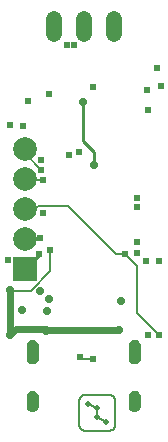
<source format=gbl>
G04 EAGLE Gerber RS-274X export*
G75*
%MOMM*%
%FSLAX34Y34*%
%LPD*%
%INBottom Copper*%
%IPPOS*%
%AMOC8*
5,1,8,0,0,1.08239X$1,22.5*%
G01*
%ADD10C,0.464419*%
%ADD11C,1.000000*%
%ADD12C,1.320800*%
%ADD13C,2.000000*%
%ADD14R,2.000000X2.000000*%
%ADD15C,0.711200*%
%ADD16C,0.609600*%
%ADD17C,0.254000*%
%ADD18C,0.152400*%
%ADD19C,0.609600*%

G36*
X119318Y71376D02*
X119318Y71376D01*
X119324Y71382D01*
X119329Y71379D01*
X120386Y71749D01*
X120390Y71756D01*
X120396Y71753D01*
X121344Y72349D01*
X121347Y72357D01*
X121352Y72356D01*
X122144Y73148D01*
X122145Y73156D01*
X122151Y73156D01*
X122747Y74104D01*
X122746Y74113D01*
X122751Y74114D01*
X123121Y75171D01*
X123120Y75175D01*
X123122Y75177D01*
X123120Y75180D01*
X123124Y75182D01*
X123249Y76295D01*
X123247Y76298D01*
X123249Y76300D01*
X123249Y87300D01*
X123247Y87303D01*
X123249Y87306D01*
X123124Y88418D01*
X123118Y88424D01*
X123121Y88429D01*
X122751Y89486D01*
X122745Y89490D01*
X122747Y89496D01*
X122151Y90444D01*
X122143Y90447D01*
X122144Y90452D01*
X121352Y91244D01*
X121344Y91245D01*
X121344Y91251D01*
X120396Y91847D01*
X120387Y91846D01*
X120386Y91851D01*
X119329Y92221D01*
X119321Y92219D01*
X119318Y92224D01*
X118206Y92349D01*
X118198Y92345D01*
X118195Y92349D01*
X117082Y92224D01*
X117076Y92218D01*
X117071Y92221D01*
X116014Y91851D01*
X116010Y91845D01*
X116004Y91847D01*
X115056Y91251D01*
X115053Y91243D01*
X115048Y91244D01*
X114256Y90452D01*
X114255Y90444D01*
X114249Y90444D01*
X113653Y89496D01*
X113654Y89489D01*
X113650Y89487D01*
X113650Y89486D01*
X113649Y89486D01*
X113279Y88429D01*
X113281Y88421D01*
X113276Y88418D01*
X113151Y87306D01*
X113153Y87302D01*
X113151Y87300D01*
X113151Y76300D01*
X113153Y76297D01*
X113151Y76295D01*
X113276Y75182D01*
X113282Y75176D01*
X113279Y75171D01*
X113649Y74114D01*
X113656Y74110D01*
X113653Y74104D01*
X114249Y73156D01*
X114257Y73153D01*
X114256Y73148D01*
X115048Y72356D01*
X115056Y72355D01*
X115056Y72349D01*
X116004Y71753D01*
X116013Y71754D01*
X116014Y71749D01*
X117071Y71379D01*
X117079Y71381D01*
X117082Y71376D01*
X118195Y71251D01*
X118202Y71255D01*
X118206Y71251D01*
X119318Y71376D01*
G37*
G36*
X32918Y71376D02*
X32918Y71376D01*
X32924Y71382D01*
X32929Y71379D01*
X33986Y71749D01*
X33990Y71756D01*
X33996Y71753D01*
X34944Y72349D01*
X34947Y72357D01*
X34952Y72356D01*
X35744Y73148D01*
X35745Y73156D01*
X35751Y73156D01*
X36347Y74104D01*
X36346Y74113D01*
X36351Y74114D01*
X36721Y75171D01*
X36720Y75175D01*
X36722Y75177D01*
X36720Y75180D01*
X36724Y75182D01*
X36849Y76295D01*
X36847Y76298D01*
X36849Y76300D01*
X36849Y87300D01*
X36847Y87303D01*
X36849Y87306D01*
X36724Y88418D01*
X36718Y88424D01*
X36721Y88429D01*
X36351Y89486D01*
X36345Y89490D01*
X36347Y89496D01*
X35751Y90444D01*
X35743Y90447D01*
X35744Y90452D01*
X34952Y91244D01*
X34944Y91245D01*
X34944Y91251D01*
X33996Y91847D01*
X33987Y91846D01*
X33986Y91851D01*
X32929Y92221D01*
X32921Y92219D01*
X32918Y92224D01*
X31806Y92349D01*
X31798Y92345D01*
X31795Y92349D01*
X30682Y92224D01*
X30676Y92218D01*
X30671Y92221D01*
X29614Y91851D01*
X29610Y91845D01*
X29604Y91847D01*
X28656Y91251D01*
X28653Y91243D01*
X28648Y91244D01*
X27856Y90452D01*
X27855Y90444D01*
X27849Y90444D01*
X27253Y89496D01*
X27254Y89489D01*
X27250Y89487D01*
X27250Y89486D01*
X27249Y89486D01*
X26879Y88429D01*
X26881Y88421D01*
X26876Y88418D01*
X26751Y87306D01*
X26753Y87302D01*
X26751Y87300D01*
X26751Y76300D01*
X26753Y76297D01*
X26751Y76295D01*
X26876Y75182D01*
X26882Y75176D01*
X26879Y75171D01*
X27249Y74114D01*
X27256Y74110D01*
X27253Y74104D01*
X27849Y73156D01*
X27857Y73153D01*
X27856Y73148D01*
X28648Y72356D01*
X28656Y72355D01*
X28656Y72349D01*
X29604Y71753D01*
X29613Y71754D01*
X29614Y71749D01*
X30671Y71379D01*
X30679Y71381D01*
X30682Y71376D01*
X31795Y71251D01*
X31802Y71255D01*
X31806Y71251D01*
X32918Y71376D01*
G37*
G36*
X32918Y31076D02*
X32918Y31076D01*
X32924Y31082D01*
X32929Y31079D01*
X33986Y31449D01*
X33990Y31456D01*
X33996Y31453D01*
X34944Y32049D01*
X34947Y32057D01*
X34952Y32056D01*
X35744Y32848D01*
X35745Y32856D01*
X35751Y32856D01*
X36347Y33804D01*
X36346Y33813D01*
X36351Y33814D01*
X36721Y34871D01*
X36720Y34875D01*
X36722Y34877D01*
X36720Y34880D01*
X36724Y34882D01*
X36849Y35995D01*
X36847Y35998D01*
X36849Y36000D01*
X36849Y44000D01*
X36847Y44003D01*
X36849Y44006D01*
X36724Y45118D01*
X36718Y45124D01*
X36721Y45129D01*
X36351Y46186D01*
X36345Y46190D01*
X36347Y46196D01*
X35751Y47144D01*
X35743Y47147D01*
X35744Y47152D01*
X34952Y47944D01*
X34944Y47945D01*
X34944Y47951D01*
X33996Y48547D01*
X33987Y48546D01*
X33986Y48551D01*
X32929Y48921D01*
X32921Y48919D01*
X32918Y48924D01*
X31806Y49049D01*
X31798Y49045D01*
X31795Y49049D01*
X30682Y48924D01*
X30676Y48918D01*
X30671Y48921D01*
X29614Y48551D01*
X29610Y48545D01*
X29604Y48547D01*
X28656Y47951D01*
X28653Y47943D01*
X28648Y47944D01*
X27856Y47152D01*
X27855Y47144D01*
X27849Y47144D01*
X27253Y46196D01*
X27254Y46187D01*
X27249Y46186D01*
X26879Y45129D01*
X26881Y45121D01*
X26876Y45118D01*
X26751Y44006D01*
X26753Y44002D01*
X26751Y44000D01*
X26751Y36000D01*
X26753Y35997D01*
X26751Y35995D01*
X26876Y34882D01*
X26882Y34876D01*
X26879Y34871D01*
X27249Y33814D01*
X27256Y33810D01*
X27253Y33804D01*
X27849Y32856D01*
X27857Y32853D01*
X27856Y32848D01*
X28648Y32056D01*
X28656Y32055D01*
X28656Y32049D01*
X29604Y31453D01*
X29613Y31454D01*
X29614Y31449D01*
X30671Y31079D01*
X30679Y31081D01*
X30682Y31076D01*
X31795Y30951D01*
X31802Y30955D01*
X31806Y30951D01*
X32918Y31076D01*
G37*
G36*
X119318Y31076D02*
X119318Y31076D01*
X119324Y31082D01*
X119329Y31079D01*
X120386Y31449D01*
X120390Y31456D01*
X120396Y31453D01*
X121344Y32049D01*
X121347Y32057D01*
X121352Y32056D01*
X122144Y32848D01*
X122145Y32856D01*
X122151Y32856D01*
X122747Y33804D01*
X122746Y33813D01*
X122751Y33814D01*
X123121Y34871D01*
X123120Y34875D01*
X123122Y34877D01*
X123120Y34880D01*
X123124Y34882D01*
X123249Y35995D01*
X123247Y35998D01*
X123249Y36000D01*
X123249Y44000D01*
X123247Y44003D01*
X123249Y44006D01*
X123124Y45118D01*
X123118Y45124D01*
X123121Y45129D01*
X122751Y46186D01*
X122745Y46190D01*
X122747Y46196D01*
X122151Y47144D01*
X122143Y47147D01*
X122144Y47152D01*
X121352Y47944D01*
X121344Y47945D01*
X121344Y47951D01*
X120396Y48547D01*
X120387Y48546D01*
X120386Y48551D01*
X119329Y48921D01*
X119321Y48919D01*
X119318Y48924D01*
X118206Y49049D01*
X118198Y49045D01*
X118195Y49049D01*
X117082Y48924D01*
X117076Y48918D01*
X117071Y48921D01*
X116014Y48551D01*
X116010Y48545D01*
X116004Y48547D01*
X115056Y47951D01*
X115053Y47943D01*
X115048Y47944D01*
X114256Y47152D01*
X114255Y47144D01*
X114249Y47144D01*
X113653Y46196D01*
X113654Y46187D01*
X113649Y46186D01*
X113279Y45129D01*
X113281Y45121D01*
X113276Y45118D01*
X113151Y44006D01*
X113153Y44002D01*
X113151Y44000D01*
X113151Y36000D01*
X113153Y35997D01*
X113151Y35995D01*
X113276Y34882D01*
X113282Y34876D01*
X113279Y34871D01*
X113649Y33814D01*
X113656Y33810D01*
X113653Y33804D01*
X114249Y32856D01*
X114257Y32853D01*
X114256Y32848D01*
X115048Y32056D01*
X115056Y32055D01*
X115056Y32049D01*
X116004Y31453D01*
X116013Y31454D01*
X116014Y31449D01*
X117071Y31079D01*
X117079Y31081D01*
X117082Y31076D01*
X118195Y30951D01*
X118202Y30955D01*
X118206Y30951D01*
X119318Y31076D01*
G37*
D10*
X86384Y26706D03*
X94004Y22896D03*
X86384Y34326D03*
X78764Y38136D03*
D11*
X31800Y81800D03*
X118200Y81800D03*
X31800Y40000D03*
X118200Y40000D03*
D12*
X49600Y350896D02*
X49600Y364104D01*
X75000Y364104D02*
X75000Y350896D01*
X100400Y350896D02*
X100400Y364104D01*
D13*
X25400Y254000D03*
X25400Y228600D03*
X25400Y203200D03*
X25400Y177800D03*
D14*
X25400Y152400D03*
D15*
X45720Y127000D03*
D16*
X40775Y199473D03*
X36782Y165094D03*
X120396Y175260D03*
X120396Y204216D03*
X62484Y248920D03*
X23622Y273050D03*
D17*
X36782Y165094D02*
X36782Y163782D01*
X25400Y152400D01*
D16*
X128016Y158496D03*
X129540Y96012D03*
X129540Y286512D03*
X27432Y294132D03*
D15*
X38100Y133096D03*
X22860Y117348D03*
X44036Y116864D03*
X106680Y124968D03*
D16*
X138684Y158496D03*
X39116Y244428D03*
X70651Y251391D03*
X120403Y211922D03*
X120329Y165960D03*
X10519Y159922D03*
D18*
X25400Y177800D02*
X37332Y177800D01*
X37676Y178144D01*
D16*
X37676Y178144D03*
X12192Y274320D03*
X45201Y300426D03*
X82843Y306255D03*
X60960Y341376D03*
X67056Y341376D03*
X140087Y306923D03*
X128563Y303207D03*
X137039Y322163D03*
D15*
X105195Y100567D03*
X12700Y96520D03*
D19*
X104670Y100042D02*
X105195Y100567D01*
X104670Y100042D02*
X43124Y100042D01*
X43124Y101092D02*
X17272Y101092D01*
X12700Y96520D01*
D15*
X43124Y99800D03*
D19*
X12700Y96520D02*
X12700Y133604D01*
X12192Y134112D01*
D15*
X12192Y134112D03*
D16*
X46816Y168068D03*
D18*
X46816Y150513D01*
X29907Y133604D01*
X12700Y133604D01*
D19*
X43124Y101092D02*
X43124Y100042D01*
X43124Y99800D01*
D16*
X82804Y75946D03*
D18*
X73406Y75946D01*
X72136Y77216D01*
D16*
X72136Y77216D03*
D15*
X83820Y240284D03*
D17*
X74392Y260380D02*
X74392Y293282D01*
X83820Y250952D02*
X83820Y240284D01*
X83820Y250952D02*
X74392Y260380D01*
D15*
X74392Y293282D03*
D16*
X39116Y236220D03*
D18*
X25400Y249936D02*
X25400Y254000D01*
X25400Y249936D02*
X39116Y236220D01*
D16*
X40132Y227330D03*
D18*
X26670Y227330D01*
X25400Y228600D01*
D16*
X138500Y96012D03*
X109728Y164592D03*
D18*
X120142Y154178D01*
X120142Y114370D01*
X138500Y96012D01*
X34113Y203200D02*
X25400Y203200D01*
X34113Y203200D02*
X35891Y204978D01*
X61722Y204978D01*
X102108Y164592D02*
X109728Y164592D01*
X102108Y164592D02*
X61722Y204978D01*
X78764Y38136D02*
X86384Y34326D01*
X86384Y26706D01*
X94004Y22896D01*
X71120Y20320D02*
X71120Y40640D01*
X71120Y20320D02*
X71122Y20180D01*
X71128Y20040D01*
X71137Y19900D01*
X71151Y19761D01*
X71168Y19622D01*
X71189Y19484D01*
X71214Y19346D01*
X71243Y19209D01*
X71275Y19073D01*
X71312Y18938D01*
X71352Y18804D01*
X71395Y18671D01*
X71443Y18539D01*
X71493Y18408D01*
X71548Y18279D01*
X71606Y18152D01*
X71667Y18026D01*
X71732Y17902D01*
X71801Y17780D01*
X71872Y17660D01*
X71947Y17542D01*
X72025Y17425D01*
X72107Y17311D01*
X72191Y17200D01*
X72279Y17091D01*
X72369Y16984D01*
X72463Y16879D01*
X72559Y16778D01*
X72658Y16679D01*
X72759Y16583D01*
X72864Y16489D01*
X72971Y16399D01*
X73080Y16311D01*
X73191Y16227D01*
X73305Y16145D01*
X73422Y16067D01*
X73540Y15992D01*
X73660Y15921D01*
X73782Y15852D01*
X73906Y15787D01*
X74032Y15726D01*
X74159Y15668D01*
X74288Y15613D01*
X74419Y15563D01*
X74551Y15515D01*
X74684Y15472D01*
X74818Y15432D01*
X74953Y15395D01*
X75089Y15363D01*
X75226Y15334D01*
X75364Y15309D01*
X75502Y15288D01*
X75641Y15271D01*
X75780Y15257D01*
X75920Y15248D01*
X76060Y15242D01*
X76200Y15240D01*
X96520Y15240D01*
X96660Y15242D01*
X96800Y15248D01*
X96940Y15257D01*
X97079Y15271D01*
X97218Y15288D01*
X97356Y15309D01*
X97494Y15334D01*
X97631Y15363D01*
X97767Y15395D01*
X97902Y15432D01*
X98036Y15472D01*
X98169Y15515D01*
X98301Y15563D01*
X98432Y15613D01*
X98561Y15668D01*
X98688Y15726D01*
X98814Y15787D01*
X98938Y15852D01*
X99060Y15921D01*
X99180Y15992D01*
X99298Y16067D01*
X99415Y16145D01*
X99529Y16227D01*
X99640Y16311D01*
X99749Y16399D01*
X99856Y16489D01*
X99961Y16583D01*
X100062Y16679D01*
X100161Y16778D01*
X100257Y16879D01*
X100351Y16984D01*
X100441Y17091D01*
X100529Y17200D01*
X100613Y17311D01*
X100695Y17425D01*
X100773Y17542D01*
X100848Y17660D01*
X100919Y17780D01*
X100988Y17902D01*
X101053Y18026D01*
X101114Y18152D01*
X101172Y18279D01*
X101227Y18408D01*
X101277Y18539D01*
X101325Y18671D01*
X101368Y18804D01*
X101408Y18938D01*
X101445Y19073D01*
X101477Y19209D01*
X101506Y19346D01*
X101531Y19484D01*
X101552Y19622D01*
X101569Y19761D01*
X101583Y19900D01*
X101592Y20040D01*
X101598Y20180D01*
X101600Y20320D01*
X101600Y40640D01*
X101598Y40780D01*
X101592Y40920D01*
X101583Y41060D01*
X101569Y41199D01*
X101552Y41338D01*
X101531Y41476D01*
X101506Y41614D01*
X101477Y41751D01*
X101445Y41887D01*
X101408Y42022D01*
X101368Y42156D01*
X101325Y42289D01*
X101277Y42421D01*
X101227Y42552D01*
X101172Y42681D01*
X101114Y42808D01*
X101053Y42934D01*
X100988Y43058D01*
X100919Y43180D01*
X100848Y43300D01*
X100773Y43418D01*
X100695Y43535D01*
X100613Y43649D01*
X100529Y43760D01*
X100441Y43869D01*
X100351Y43976D01*
X100257Y44081D01*
X100161Y44182D01*
X100062Y44281D01*
X99961Y44377D01*
X99856Y44471D01*
X99749Y44561D01*
X99640Y44649D01*
X99529Y44733D01*
X99415Y44815D01*
X99298Y44893D01*
X99180Y44968D01*
X99060Y45039D01*
X98938Y45108D01*
X98814Y45173D01*
X98688Y45234D01*
X98561Y45292D01*
X98432Y45347D01*
X98301Y45397D01*
X98169Y45445D01*
X98036Y45488D01*
X97902Y45528D01*
X97767Y45565D01*
X97631Y45597D01*
X97494Y45626D01*
X97356Y45651D01*
X97218Y45672D01*
X97079Y45689D01*
X96940Y45703D01*
X96800Y45712D01*
X96660Y45718D01*
X96520Y45720D01*
X76200Y45720D01*
X76060Y45718D01*
X75920Y45712D01*
X75780Y45703D01*
X75641Y45689D01*
X75502Y45672D01*
X75364Y45651D01*
X75226Y45626D01*
X75089Y45597D01*
X74953Y45565D01*
X74818Y45528D01*
X74684Y45488D01*
X74551Y45445D01*
X74419Y45397D01*
X74288Y45347D01*
X74159Y45292D01*
X74032Y45234D01*
X73906Y45173D01*
X73782Y45108D01*
X73660Y45039D01*
X73540Y44968D01*
X73422Y44893D01*
X73305Y44815D01*
X73191Y44733D01*
X73080Y44649D01*
X72971Y44561D01*
X72864Y44471D01*
X72759Y44377D01*
X72658Y44281D01*
X72559Y44182D01*
X72463Y44081D01*
X72369Y43976D01*
X72279Y43869D01*
X72191Y43760D01*
X72107Y43649D01*
X72025Y43535D01*
X71947Y43418D01*
X71872Y43300D01*
X71801Y43180D01*
X71732Y43058D01*
X71667Y42934D01*
X71606Y42808D01*
X71548Y42681D01*
X71493Y42552D01*
X71443Y42421D01*
X71395Y42289D01*
X71352Y42156D01*
X71312Y42022D01*
X71275Y41887D01*
X71243Y41751D01*
X71214Y41614D01*
X71189Y41476D01*
X71168Y41338D01*
X71151Y41199D01*
X71137Y41060D01*
X71128Y40920D01*
X71122Y40780D01*
X71120Y40640D01*
M02*

</source>
